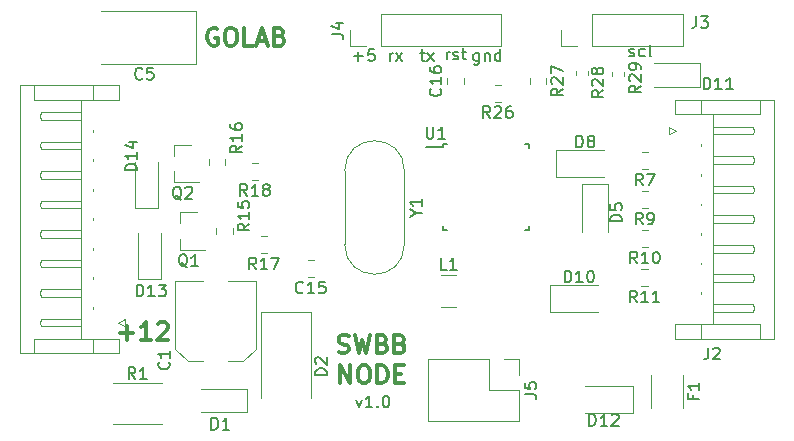
<source format=gto>
G04 #@! TF.GenerationSoftware,KiCad,Pcbnew,5.0.2-bee76a0~70~ubuntu18.04.1*
G04 #@! TF.CreationDate,2020-01-04T15:46:48+02:00*
G04 #@! TF.ProjectId,swbb_node,73776262-5f6e-46f6-9465-2e6b69636164,rev?*
G04 #@! TF.SameCoordinates,Original*
G04 #@! TF.FileFunction,Legend,Top*
G04 #@! TF.FilePolarity,Positive*
%FSLAX46Y46*%
G04 Gerber Fmt 4.6, Leading zero omitted, Abs format (unit mm)*
G04 Created by KiCad (PCBNEW 5.0.2-bee76a0~70~ubuntu18.04.1) date Сб 04 янв 2020 15:46:48*
%MOMM*%
%LPD*%
G01*
G04 APERTURE LIST*
%ADD10C,0.300000*%
%ADD11C,0.200000*%
%ADD12C,0.120000*%
%ADD13C,0.150000*%
G04 APERTURE END LIST*
D10*
X71152000Y-153650142D02*
X72294857Y-153650142D01*
X71723428Y-154221571D02*
X71723428Y-153078714D01*
X73794857Y-154221571D02*
X72937714Y-154221571D01*
X73366285Y-154221571D02*
X73366285Y-152721571D01*
X73223428Y-152935857D01*
X73080571Y-153078714D01*
X72937714Y-153150142D01*
X74366285Y-152864428D02*
X74437714Y-152793000D01*
X74580571Y-152721571D01*
X74937714Y-152721571D01*
X75080571Y-152793000D01*
X75152000Y-152864428D01*
X75223428Y-153007285D01*
X75223428Y-153150142D01*
X75152000Y-153364428D01*
X74294857Y-154221571D01*
X75223428Y-154221571D01*
D11*
X114284238Y-130198761D02*
X114379476Y-130246380D01*
X114569952Y-130246380D01*
X114665190Y-130198761D01*
X114712809Y-130103523D01*
X114712809Y-130055904D01*
X114665190Y-129960666D01*
X114569952Y-129913047D01*
X114427095Y-129913047D01*
X114331857Y-129865428D01*
X114284238Y-129770190D01*
X114284238Y-129722571D01*
X114331857Y-129627333D01*
X114427095Y-129579714D01*
X114569952Y-129579714D01*
X114665190Y-129627333D01*
X115569952Y-130198761D02*
X115474714Y-130246380D01*
X115284238Y-130246380D01*
X115189000Y-130198761D01*
X115141380Y-130151142D01*
X115093761Y-130055904D01*
X115093761Y-129770190D01*
X115141380Y-129674952D01*
X115189000Y-129627333D01*
X115284238Y-129579714D01*
X115474714Y-129579714D01*
X115569952Y-129627333D01*
X116141380Y-130246380D02*
X116046142Y-130198761D01*
X115998523Y-130103523D01*
X115998523Y-129246380D01*
D10*
X79395142Y-127901000D02*
X79252285Y-127829571D01*
X79038000Y-127829571D01*
X78823714Y-127901000D01*
X78680857Y-128043857D01*
X78609428Y-128186714D01*
X78538000Y-128472428D01*
X78538000Y-128686714D01*
X78609428Y-128972428D01*
X78680857Y-129115285D01*
X78823714Y-129258142D01*
X79038000Y-129329571D01*
X79180857Y-129329571D01*
X79395142Y-129258142D01*
X79466571Y-129186714D01*
X79466571Y-128686714D01*
X79180857Y-128686714D01*
X80395142Y-127829571D02*
X80680857Y-127829571D01*
X80823714Y-127901000D01*
X80966571Y-128043857D01*
X81038000Y-128329571D01*
X81038000Y-128829571D01*
X80966571Y-129115285D01*
X80823714Y-129258142D01*
X80680857Y-129329571D01*
X80395142Y-129329571D01*
X80252285Y-129258142D01*
X80109428Y-129115285D01*
X80038000Y-128829571D01*
X80038000Y-128329571D01*
X80109428Y-128043857D01*
X80252285Y-127901000D01*
X80395142Y-127829571D01*
X82395142Y-129329571D02*
X81680857Y-129329571D01*
X81680857Y-127829571D01*
X82823714Y-128901000D02*
X83538000Y-128901000D01*
X82680857Y-129329571D02*
X83180857Y-127829571D01*
X83680857Y-129329571D01*
X84680857Y-128543857D02*
X84895142Y-128615285D01*
X84966571Y-128686714D01*
X85038000Y-128829571D01*
X85038000Y-129043857D01*
X84966571Y-129186714D01*
X84895142Y-129258142D01*
X84752285Y-129329571D01*
X84180857Y-129329571D01*
X84180857Y-127829571D01*
X84680857Y-127829571D01*
X84823714Y-127901000D01*
X84895142Y-127972428D01*
X84966571Y-128115285D01*
X84966571Y-128258142D01*
X84895142Y-128401000D01*
X84823714Y-128472428D01*
X84680857Y-128543857D01*
X84180857Y-128543857D01*
D11*
X101544523Y-129960714D02*
X101544523Y-130770238D01*
X101496904Y-130865476D01*
X101449285Y-130913095D01*
X101354047Y-130960714D01*
X101211190Y-130960714D01*
X101115952Y-130913095D01*
X101544523Y-130579761D02*
X101449285Y-130627380D01*
X101258809Y-130627380D01*
X101163571Y-130579761D01*
X101115952Y-130532142D01*
X101068333Y-130436904D01*
X101068333Y-130151190D01*
X101115952Y-130055952D01*
X101163571Y-130008333D01*
X101258809Y-129960714D01*
X101449285Y-129960714D01*
X101544523Y-130008333D01*
X102020714Y-129960714D02*
X102020714Y-130627380D01*
X102020714Y-130055952D02*
X102068333Y-130008333D01*
X102163571Y-129960714D01*
X102306428Y-129960714D01*
X102401666Y-130008333D01*
X102449285Y-130103571D01*
X102449285Y-130627380D01*
X103354047Y-130627380D02*
X103354047Y-129627380D01*
X103354047Y-130579761D02*
X103258809Y-130627380D01*
X103068333Y-130627380D01*
X102973095Y-130579761D01*
X102925476Y-130532142D01*
X102877857Y-130436904D01*
X102877857Y-130151190D01*
X102925476Y-130055952D01*
X102973095Y-130008333D01*
X103068333Y-129960714D01*
X103258809Y-129960714D01*
X103354047Y-130008333D01*
X98806095Y-130500380D02*
X98806095Y-129833714D01*
X98806095Y-130024190D02*
X98853714Y-129928952D01*
X98901333Y-129881333D01*
X98996571Y-129833714D01*
X99091809Y-129833714D01*
X99377523Y-130452761D02*
X99472761Y-130500380D01*
X99663238Y-130500380D01*
X99758476Y-130452761D01*
X99806095Y-130357523D01*
X99806095Y-130309904D01*
X99758476Y-130214666D01*
X99663238Y-130167047D01*
X99520380Y-130167047D01*
X99425142Y-130119428D01*
X99377523Y-130024190D01*
X99377523Y-129976571D01*
X99425142Y-129881333D01*
X99520380Y-129833714D01*
X99663238Y-129833714D01*
X99758476Y-129881333D01*
X100091809Y-129833714D02*
X100472761Y-129833714D01*
X100234666Y-129500380D02*
X100234666Y-130357523D01*
X100282285Y-130452761D01*
X100377523Y-130500380D01*
X100472761Y-130500380D01*
X96559761Y-129960714D02*
X96940714Y-129960714D01*
X96702619Y-129627380D02*
X96702619Y-130484523D01*
X96750238Y-130579761D01*
X96845476Y-130627380D01*
X96940714Y-130627380D01*
X97178809Y-130627380D02*
X97702619Y-129960714D01*
X97178809Y-129960714D02*
X97702619Y-130627380D01*
X94011809Y-130627380D02*
X94011809Y-129960714D01*
X94011809Y-130151190D02*
X94059428Y-130055952D01*
X94107047Y-130008333D01*
X94202285Y-129960714D01*
X94297523Y-129960714D01*
X94535619Y-130627380D02*
X95059428Y-129960714D01*
X94535619Y-129960714D02*
X95059428Y-130627380D01*
X90963857Y-130246428D02*
X91725761Y-130246428D01*
X91344809Y-130627380D02*
X91344809Y-129865476D01*
X92678142Y-129627380D02*
X92201952Y-129627380D01*
X92154333Y-130103571D01*
X92201952Y-130055952D01*
X92297190Y-130008333D01*
X92535285Y-130008333D01*
X92630523Y-130055952D01*
X92678142Y-130103571D01*
X92725761Y-130198809D01*
X92725761Y-130436904D01*
X92678142Y-130532142D01*
X92630523Y-130579761D01*
X92535285Y-130627380D01*
X92297190Y-130627380D01*
X92201952Y-130579761D01*
X92154333Y-130532142D01*
X91154428Y-159297714D02*
X91392523Y-159964380D01*
X91630619Y-159297714D01*
X92535380Y-159964380D02*
X91963952Y-159964380D01*
X92249666Y-159964380D02*
X92249666Y-158964380D01*
X92154428Y-159107238D01*
X92059190Y-159202476D01*
X91963952Y-159250095D01*
X92963952Y-159869142D02*
X93011571Y-159916761D01*
X92963952Y-159964380D01*
X92916333Y-159916761D01*
X92963952Y-159869142D01*
X92963952Y-159964380D01*
X93630619Y-158964380D02*
X93725857Y-158964380D01*
X93821095Y-159012000D01*
X93868714Y-159059619D01*
X93916333Y-159154857D01*
X93963952Y-159345333D01*
X93963952Y-159583428D01*
X93916333Y-159773904D01*
X93868714Y-159869142D01*
X93821095Y-159916761D01*
X93725857Y-159964380D01*
X93630619Y-159964380D01*
X93535380Y-159916761D01*
X93487761Y-159869142D01*
X93440142Y-159773904D01*
X93392523Y-159583428D01*
X93392523Y-159345333D01*
X93440142Y-159154857D01*
X93487761Y-159059619D01*
X93535380Y-159012000D01*
X93630619Y-158964380D01*
D10*
X89670285Y-155288142D02*
X89884571Y-155359571D01*
X90241714Y-155359571D01*
X90384571Y-155288142D01*
X90456000Y-155216714D01*
X90527428Y-155073857D01*
X90527428Y-154931000D01*
X90456000Y-154788142D01*
X90384571Y-154716714D01*
X90241714Y-154645285D01*
X89956000Y-154573857D01*
X89813142Y-154502428D01*
X89741714Y-154431000D01*
X89670285Y-154288142D01*
X89670285Y-154145285D01*
X89741714Y-154002428D01*
X89813142Y-153931000D01*
X89956000Y-153859571D01*
X90313142Y-153859571D01*
X90527428Y-153931000D01*
X91027428Y-153859571D02*
X91384571Y-155359571D01*
X91670285Y-154288142D01*
X91956000Y-155359571D01*
X92313142Y-153859571D01*
X93384571Y-154573857D02*
X93598857Y-154645285D01*
X93670285Y-154716714D01*
X93741714Y-154859571D01*
X93741714Y-155073857D01*
X93670285Y-155216714D01*
X93598857Y-155288142D01*
X93456000Y-155359571D01*
X92884571Y-155359571D01*
X92884571Y-153859571D01*
X93384571Y-153859571D01*
X93527428Y-153931000D01*
X93598857Y-154002428D01*
X93670285Y-154145285D01*
X93670285Y-154288142D01*
X93598857Y-154431000D01*
X93527428Y-154502428D01*
X93384571Y-154573857D01*
X92884571Y-154573857D01*
X94884571Y-154573857D02*
X95098857Y-154645285D01*
X95170285Y-154716714D01*
X95241714Y-154859571D01*
X95241714Y-155073857D01*
X95170285Y-155216714D01*
X95098857Y-155288142D01*
X94956000Y-155359571D01*
X94384571Y-155359571D01*
X94384571Y-153859571D01*
X94884571Y-153859571D01*
X95027428Y-153931000D01*
X95098857Y-154002428D01*
X95170285Y-154145285D01*
X95170285Y-154288142D01*
X95098857Y-154431000D01*
X95027428Y-154502428D01*
X94884571Y-154573857D01*
X94384571Y-154573857D01*
X89813142Y-157909571D02*
X89813142Y-156409571D01*
X90670285Y-157909571D01*
X90670285Y-156409571D01*
X91670285Y-156409571D02*
X91956000Y-156409571D01*
X92098857Y-156481000D01*
X92241714Y-156623857D01*
X92313142Y-156909571D01*
X92313142Y-157409571D01*
X92241714Y-157695285D01*
X92098857Y-157838142D01*
X91956000Y-157909571D01*
X91670285Y-157909571D01*
X91527428Y-157838142D01*
X91384571Y-157695285D01*
X91313142Y-157409571D01*
X91313142Y-156909571D01*
X91384571Y-156623857D01*
X91527428Y-156481000D01*
X91670285Y-156409571D01*
X92956000Y-157909571D02*
X92956000Y-156409571D01*
X93313142Y-156409571D01*
X93527428Y-156481000D01*
X93670285Y-156623857D01*
X93741714Y-156766714D01*
X93813142Y-157052428D01*
X93813142Y-157266714D01*
X93741714Y-157552428D01*
X93670285Y-157695285D01*
X93527428Y-157838142D01*
X93313142Y-157909571D01*
X92956000Y-157909571D01*
X94456000Y-157123857D02*
X94956000Y-157123857D01*
X95170285Y-157909571D02*
X94456000Y-157909571D01*
X94456000Y-156409571D01*
X95170285Y-156409571D01*
D12*
G04 #@! TO.C,D12*
X114564000Y-158123000D02*
X110504000Y-158123000D01*
X114564000Y-160393000D02*
X114564000Y-158123000D01*
X110504000Y-160393000D02*
X114564000Y-160393000D01*
G04 #@! TO.C,C15*
X87556078Y-147499000D02*
X87038922Y-147499000D01*
X87556078Y-148919000D02*
X87038922Y-148919000D01*
G04 #@! TO.C,C16*
X100278000Y-132595252D02*
X100278000Y-132072748D01*
X98858000Y-132595252D02*
X98858000Y-132072748D01*
G04 #@! TO.C,J2*
X117661000Y-136825000D02*
X118261000Y-136525000D01*
X117661000Y-136225000D02*
X117661000Y-136825000D01*
X118261000Y-136525000D02*
X117661000Y-136225000D01*
X121351000Y-151845000D02*
X121351000Y-151525000D01*
X124771000Y-151845000D02*
X121351000Y-151845000D01*
X124851000Y-151525000D02*
X124771000Y-151845000D01*
X124771000Y-151205000D02*
X124851000Y-151525000D01*
X121351000Y-151205000D02*
X124771000Y-151205000D01*
X121351000Y-151525000D02*
X121351000Y-151205000D01*
X120351000Y-150195000D02*
X120351000Y-150355000D01*
X121351000Y-149345000D02*
X121351000Y-149025000D01*
X124771000Y-149345000D02*
X121351000Y-149345000D01*
X124851000Y-149025000D02*
X124771000Y-149345000D01*
X124771000Y-148705000D02*
X124851000Y-149025000D01*
X121351000Y-148705000D02*
X124771000Y-148705000D01*
X121351000Y-149025000D02*
X121351000Y-148705000D01*
X120351000Y-147695000D02*
X120351000Y-147855000D01*
X121351000Y-146845000D02*
X121351000Y-146525000D01*
X124771000Y-146845000D02*
X121351000Y-146845000D01*
X124851000Y-146525000D02*
X124771000Y-146845000D01*
X124771000Y-146205000D02*
X124851000Y-146525000D01*
X121351000Y-146205000D02*
X124771000Y-146205000D01*
X121351000Y-146525000D02*
X121351000Y-146205000D01*
X120351000Y-145195000D02*
X120351000Y-145355000D01*
X121351000Y-144345000D02*
X121351000Y-144025000D01*
X124771000Y-144345000D02*
X121351000Y-144345000D01*
X124851000Y-144025000D02*
X124771000Y-144345000D01*
X124771000Y-143705000D02*
X124851000Y-144025000D01*
X121351000Y-143705000D02*
X124771000Y-143705000D01*
X121351000Y-144025000D02*
X121351000Y-143705000D01*
X120351000Y-142695000D02*
X120351000Y-142855000D01*
X121351000Y-141845000D02*
X121351000Y-141525000D01*
X124771000Y-141845000D02*
X121351000Y-141845000D01*
X124851000Y-141525000D02*
X124771000Y-141845000D01*
X124771000Y-141205000D02*
X124851000Y-141525000D01*
X121351000Y-141205000D02*
X124771000Y-141205000D01*
X121351000Y-141525000D02*
X121351000Y-141205000D01*
X120351000Y-140195000D02*
X120351000Y-140355000D01*
X121351000Y-139345000D02*
X121351000Y-139025000D01*
X124771000Y-139345000D02*
X121351000Y-139345000D01*
X124851000Y-139025000D02*
X124771000Y-139345000D01*
X124771000Y-138705000D02*
X124851000Y-139025000D01*
X121351000Y-138705000D02*
X124771000Y-138705000D01*
X121351000Y-139025000D02*
X121351000Y-138705000D01*
X120351000Y-137695000D02*
X120351000Y-137855000D01*
X121351000Y-136845000D02*
X121351000Y-136525000D01*
X124771000Y-136845000D02*
X121351000Y-136845000D01*
X124851000Y-136525000D02*
X124771000Y-136845000D01*
X124771000Y-136205000D02*
X124851000Y-136525000D01*
X121351000Y-136205000D02*
X124771000Y-136205000D01*
X121351000Y-136525000D02*
X121351000Y-136205000D01*
X121351000Y-135135000D02*
X121351000Y-152915000D01*
X120351000Y-152915000D02*
X120351000Y-154135000D01*
X125351000Y-152915000D02*
X120351000Y-152915000D01*
X125351000Y-154135000D02*
X125351000Y-152915000D01*
X120351000Y-135135000D02*
X120351000Y-133915000D01*
X125351000Y-135135000D02*
X120351000Y-135135000D01*
X125351000Y-133915000D02*
X125351000Y-135135000D01*
X118151000Y-152915000D02*
X120351000Y-152915000D01*
X118151000Y-154135000D02*
X118151000Y-152915000D01*
X126571000Y-154135000D02*
X118151000Y-154135000D01*
X126571000Y-133915000D02*
X126571000Y-154135000D01*
X118151000Y-133915000D02*
X126571000Y-133915000D01*
X118151000Y-135135000D02*
X118151000Y-133915000D01*
X120351000Y-135135000D02*
X118151000Y-135135000D01*
G04 #@! TO.C,J1*
X71569000Y-152481000D02*
X70969000Y-152781000D01*
X71569000Y-153081000D02*
X71569000Y-152481000D01*
X70969000Y-152781000D02*
X71569000Y-153081000D01*
X67879000Y-134961000D02*
X67879000Y-135281000D01*
X64459000Y-134961000D02*
X67879000Y-134961000D01*
X64379000Y-135281000D02*
X64459000Y-134961000D01*
X64459000Y-135601000D02*
X64379000Y-135281000D01*
X67879000Y-135601000D02*
X64459000Y-135601000D01*
X67879000Y-135281000D02*
X67879000Y-135601000D01*
X68879000Y-136611000D02*
X68879000Y-136451000D01*
X67879000Y-137461000D02*
X67879000Y-137781000D01*
X64459000Y-137461000D02*
X67879000Y-137461000D01*
X64379000Y-137781000D02*
X64459000Y-137461000D01*
X64459000Y-138101000D02*
X64379000Y-137781000D01*
X67879000Y-138101000D02*
X64459000Y-138101000D01*
X67879000Y-137781000D02*
X67879000Y-138101000D01*
X68879000Y-139111000D02*
X68879000Y-138951000D01*
X67879000Y-139961000D02*
X67879000Y-140281000D01*
X64459000Y-139961000D02*
X67879000Y-139961000D01*
X64379000Y-140281000D02*
X64459000Y-139961000D01*
X64459000Y-140601000D02*
X64379000Y-140281000D01*
X67879000Y-140601000D02*
X64459000Y-140601000D01*
X67879000Y-140281000D02*
X67879000Y-140601000D01*
X68879000Y-141611000D02*
X68879000Y-141451000D01*
X67879000Y-142461000D02*
X67879000Y-142781000D01*
X64459000Y-142461000D02*
X67879000Y-142461000D01*
X64379000Y-142781000D02*
X64459000Y-142461000D01*
X64459000Y-143101000D02*
X64379000Y-142781000D01*
X67879000Y-143101000D02*
X64459000Y-143101000D01*
X67879000Y-142781000D02*
X67879000Y-143101000D01*
X68879000Y-144111000D02*
X68879000Y-143951000D01*
X67879000Y-144961000D02*
X67879000Y-145281000D01*
X64459000Y-144961000D02*
X67879000Y-144961000D01*
X64379000Y-145281000D02*
X64459000Y-144961000D01*
X64459000Y-145601000D02*
X64379000Y-145281000D01*
X67879000Y-145601000D02*
X64459000Y-145601000D01*
X67879000Y-145281000D02*
X67879000Y-145601000D01*
X68879000Y-146611000D02*
X68879000Y-146451000D01*
X67879000Y-147461000D02*
X67879000Y-147781000D01*
X64459000Y-147461000D02*
X67879000Y-147461000D01*
X64379000Y-147781000D02*
X64459000Y-147461000D01*
X64459000Y-148101000D02*
X64379000Y-147781000D01*
X67879000Y-148101000D02*
X64459000Y-148101000D01*
X67879000Y-147781000D02*
X67879000Y-148101000D01*
X68879000Y-149111000D02*
X68879000Y-148951000D01*
X67879000Y-149961000D02*
X67879000Y-150281000D01*
X64459000Y-149961000D02*
X67879000Y-149961000D01*
X64379000Y-150281000D02*
X64459000Y-149961000D01*
X64459000Y-150601000D02*
X64379000Y-150281000D01*
X67879000Y-150601000D02*
X64459000Y-150601000D01*
X67879000Y-150281000D02*
X67879000Y-150601000D01*
X68879000Y-151611000D02*
X68879000Y-151451000D01*
X67879000Y-152461000D02*
X67879000Y-152781000D01*
X64459000Y-152461000D02*
X67879000Y-152461000D01*
X64379000Y-152781000D02*
X64459000Y-152461000D01*
X64459000Y-153101000D02*
X64379000Y-152781000D01*
X67879000Y-153101000D02*
X64459000Y-153101000D01*
X67879000Y-152781000D02*
X67879000Y-153101000D01*
X67879000Y-154171000D02*
X67879000Y-133891000D01*
X68879000Y-133891000D02*
X68879000Y-132671000D01*
X63879000Y-133891000D02*
X68879000Y-133891000D01*
X63879000Y-132671000D02*
X63879000Y-133891000D01*
X68879000Y-154171000D02*
X68879000Y-155391000D01*
X63879000Y-154171000D02*
X68879000Y-154171000D01*
X63879000Y-155391000D02*
X63879000Y-154171000D01*
X71079000Y-133891000D02*
X68879000Y-133891000D01*
X71079000Y-132671000D02*
X71079000Y-133891000D01*
X62659000Y-132671000D02*
X71079000Y-132671000D01*
X62659000Y-155391000D02*
X62659000Y-132671000D01*
X71079000Y-155391000D02*
X62659000Y-155391000D01*
X71079000Y-154171000D02*
X71079000Y-155391000D01*
X68879000Y-154171000D02*
X71079000Y-154171000D01*
G04 #@! TO.C,J3*
X108525000Y-129346000D02*
X108525000Y-128016000D01*
X109855000Y-129346000D02*
X108525000Y-129346000D01*
X111125000Y-129346000D02*
X111125000Y-126686000D01*
X111125000Y-126686000D02*
X118805000Y-126686000D01*
X111125000Y-129346000D02*
X118805000Y-129346000D01*
X118805000Y-129346000D02*
X118805000Y-126686000D01*
G04 #@! TO.C,J4*
X90618000Y-129346000D02*
X90618000Y-128016000D01*
X91948000Y-129346000D02*
X90618000Y-129346000D01*
X93218000Y-129346000D02*
X93218000Y-126686000D01*
X93218000Y-126686000D02*
X103438000Y-126686000D01*
X93218000Y-129346000D02*
X103438000Y-129346000D01*
X103438000Y-129346000D02*
X103438000Y-126686000D01*
G04 #@! TO.C,J5*
X104962000Y-155896000D02*
X104962000Y-157226000D01*
X103632000Y-155896000D02*
X104962000Y-155896000D01*
X104962000Y-158496000D02*
X104962000Y-161096000D01*
X102362000Y-158496000D02*
X104962000Y-158496000D01*
X102362000Y-155896000D02*
X102362000Y-158496000D01*
X104962000Y-161096000D02*
X97222000Y-161096000D01*
X102362000Y-155896000D02*
X97222000Y-155896000D01*
X97222000Y-155896000D02*
X97222000Y-161096000D01*
G04 #@! TO.C,D11*
X120232000Y-132826000D02*
X116332000Y-132826000D01*
X120232000Y-130826000D02*
X116332000Y-130826000D01*
X120232000Y-132826000D02*
X120232000Y-130826000D01*
G04 #@! TO.C,D14*
X72406000Y-143093000D02*
X72406000Y-139193000D01*
X74406000Y-143093000D02*
X74406000Y-139193000D01*
X72406000Y-143093000D02*
X74406000Y-143093000D01*
G04 #@! TO.C,D13*
X72660000Y-149061000D02*
X72660000Y-145161000D01*
X74660000Y-149061000D02*
X74660000Y-145161000D01*
X72660000Y-149061000D02*
X74660000Y-149061000D01*
G04 #@! TO.C,Q1*
X76202000Y-143454000D02*
X77662000Y-143454000D01*
X76202000Y-146614000D02*
X78362000Y-146614000D01*
X76202000Y-146614000D02*
X76202000Y-145684000D01*
X76202000Y-143454000D02*
X76202000Y-144384000D01*
G04 #@! TO.C,Q2*
X75694000Y-137739000D02*
X77154000Y-137739000D01*
X75694000Y-140899000D02*
X77854000Y-140899000D01*
X75694000Y-140899000D02*
X75694000Y-139969000D01*
X75694000Y-137739000D02*
X75694000Y-138669000D01*
G04 #@! TO.C,R28*
X109726000Y-131513733D02*
X109726000Y-131856267D01*
X110746000Y-131513733D02*
X110746000Y-131856267D01*
G04 #@! TO.C,R29*
X112774000Y-131527733D02*
X112774000Y-131870267D01*
X113794000Y-131527733D02*
X113794000Y-131870267D01*
G04 #@! TO.C,R15*
X79300000Y-144772748D02*
X79300000Y-145295252D01*
X80720000Y-144772748D02*
X80720000Y-145295252D01*
G04 #@! TO.C,R17*
X83582252Y-145467000D02*
X83059748Y-145467000D01*
X83582252Y-146887000D02*
X83059748Y-146887000D01*
G04 #@! TO.C,R16*
X78665000Y-138930748D02*
X78665000Y-139453252D01*
X80085000Y-138930748D02*
X80085000Y-139453252D01*
G04 #@! TO.C,R18*
X82820252Y-139244000D02*
X82297748Y-139244000D01*
X82820252Y-140664000D02*
X82297748Y-140664000D01*
G04 #@! TO.C,R27*
X105843000Y-132063748D02*
X105843000Y-132586252D01*
X107263000Y-132063748D02*
X107263000Y-132586252D01*
G04 #@! TO.C,R26*
X103394252Y-132640000D02*
X102871748Y-132640000D01*
X103394252Y-134060000D02*
X102871748Y-134060000D01*
G04 #@! TO.C,F1*
X116115000Y-157184936D02*
X116115000Y-159989064D01*
X118835000Y-157184936D02*
X118835000Y-159989064D01*
G04 #@! TO.C,D8*
X108066000Y-140454000D02*
X112126000Y-140454000D01*
X108066000Y-138184000D02*
X108066000Y-140454000D01*
X112126000Y-138184000D02*
X108066000Y-138184000D01*
G04 #@! TO.C,D5*
X110244000Y-141014000D02*
X110244000Y-145074000D01*
X112514000Y-141014000D02*
X110244000Y-141014000D01*
X112514000Y-145074000D02*
X112514000Y-141014000D01*
G04 #@! TO.C,D10*
X107558000Y-151884000D02*
X111618000Y-151884000D01*
X107558000Y-149614000D02*
X107558000Y-151884000D01*
X111618000Y-149614000D02*
X107558000Y-149614000D01*
G04 #@! TO.C,L1*
X98367436Y-151474000D02*
X99571564Y-151474000D01*
X98367436Y-148754000D02*
X99571564Y-148754000D01*
G04 #@! TO.C,R11*
X115831252Y-148261000D02*
X115308748Y-148261000D01*
X115831252Y-149681000D02*
X115308748Y-149681000D01*
G04 #@! TO.C,R10*
X115840252Y-144959000D02*
X115317748Y-144959000D01*
X115840252Y-146379000D02*
X115317748Y-146379000D01*
G04 #@! TO.C,R9*
X115840252Y-141657000D02*
X115317748Y-141657000D01*
X115840252Y-143077000D02*
X115317748Y-143077000D01*
G04 #@! TO.C,R7*
X115840252Y-138355000D02*
X115317748Y-138355000D01*
X115840252Y-139775000D02*
X115317748Y-139775000D01*
G04 #@! TO.C,C1*
X81593563Y-156062000D02*
X82658000Y-154997563D01*
X76902437Y-156062000D02*
X75838000Y-154997563D01*
X76902437Y-156062000D02*
X78188000Y-156062000D01*
X81593563Y-156062000D02*
X80308000Y-156062000D01*
X82658000Y-154997563D02*
X82658000Y-149242000D01*
X75838000Y-154997563D02*
X75838000Y-149242000D01*
X75838000Y-149242000D02*
X78188000Y-149242000D01*
X82658000Y-149242000D02*
X80308000Y-149242000D01*
G04 #@! TO.C,C5*
X77626500Y-126391000D02*
X69566500Y-126391000D01*
X77626500Y-130911000D02*
X77626500Y-126391000D01*
X69566500Y-130911000D02*
X77626500Y-130911000D01*
G04 #@! TO.C,Y1*
X90185000Y-146154000D02*
G75*
G03X95235000Y-146154000I2525000J0D01*
G01*
X90185000Y-139904000D02*
G75*
G02X95235000Y-139904000I2525000J0D01*
G01*
X90185000Y-139904000D02*
X90185000Y-146154000D01*
X95235000Y-139904000D02*
X95235000Y-146154000D01*
G04 #@! TO.C,D2*
X87367000Y-151897000D02*
X83067000Y-151897000D01*
X83067000Y-151897000D02*
X83067000Y-159197000D01*
X87367000Y-151897000D02*
X87367000Y-159197000D01*
G04 #@! TO.C,D1*
X81879000Y-160385000D02*
X77979000Y-160385000D01*
X81879000Y-158385000D02*
X77979000Y-158385000D01*
X81879000Y-160385000D02*
X81879000Y-158385000D01*
G04 #@! TO.C,R1*
X74675064Y-157929000D02*
X70570936Y-157929000D01*
X74675064Y-161349000D02*
X70570936Y-161349000D01*
D13*
G04 #@! TO.C,U1*
X98515000Y-137883000D02*
X97090000Y-137883000D01*
X105765000Y-137658000D02*
X105440000Y-137658000D01*
X105765000Y-144908000D02*
X105440000Y-144908000D01*
X98515000Y-144908000D02*
X98840000Y-144908000D01*
X98515000Y-137658000D02*
X98840000Y-137658000D01*
X98515000Y-144908000D02*
X98515000Y-144583000D01*
X105765000Y-144908000D02*
X105765000Y-144583000D01*
X105765000Y-137658000D02*
X105765000Y-137983000D01*
X98515000Y-137658000D02*
X98515000Y-137883000D01*
G04 #@! TO.C,D12*
X110889714Y-161530380D02*
X110889714Y-160530380D01*
X111127809Y-160530380D01*
X111270666Y-160578000D01*
X111365904Y-160673238D01*
X111413523Y-160768476D01*
X111461142Y-160958952D01*
X111461142Y-161101809D01*
X111413523Y-161292285D01*
X111365904Y-161387523D01*
X111270666Y-161482761D01*
X111127809Y-161530380D01*
X110889714Y-161530380D01*
X112413523Y-161530380D02*
X111842095Y-161530380D01*
X112127809Y-161530380D02*
X112127809Y-160530380D01*
X112032571Y-160673238D01*
X111937333Y-160768476D01*
X111842095Y-160816095D01*
X112794476Y-160625619D02*
X112842095Y-160578000D01*
X112937333Y-160530380D01*
X113175428Y-160530380D01*
X113270666Y-160578000D01*
X113318285Y-160625619D01*
X113365904Y-160720857D01*
X113365904Y-160816095D01*
X113318285Y-160958952D01*
X112746857Y-161530380D01*
X113365904Y-161530380D01*
G04 #@! TO.C,C15*
X86654642Y-150216142D02*
X86607023Y-150263761D01*
X86464166Y-150311380D01*
X86368928Y-150311380D01*
X86226071Y-150263761D01*
X86130833Y-150168523D01*
X86083214Y-150073285D01*
X86035595Y-149882809D01*
X86035595Y-149739952D01*
X86083214Y-149549476D01*
X86130833Y-149454238D01*
X86226071Y-149359000D01*
X86368928Y-149311380D01*
X86464166Y-149311380D01*
X86607023Y-149359000D01*
X86654642Y-149406619D01*
X87607023Y-150311380D02*
X87035595Y-150311380D01*
X87321309Y-150311380D02*
X87321309Y-149311380D01*
X87226071Y-149454238D01*
X87130833Y-149549476D01*
X87035595Y-149597095D01*
X88511785Y-149311380D02*
X88035595Y-149311380D01*
X87987976Y-149787571D01*
X88035595Y-149739952D01*
X88130833Y-149692333D01*
X88368928Y-149692333D01*
X88464166Y-149739952D01*
X88511785Y-149787571D01*
X88559404Y-149882809D01*
X88559404Y-150120904D01*
X88511785Y-150216142D01*
X88464166Y-150263761D01*
X88368928Y-150311380D01*
X88130833Y-150311380D01*
X88035595Y-150263761D01*
X87987976Y-150216142D01*
G04 #@! TO.C,C16*
X98275142Y-132976857D02*
X98322761Y-133024476D01*
X98370380Y-133167333D01*
X98370380Y-133262571D01*
X98322761Y-133405428D01*
X98227523Y-133500666D01*
X98132285Y-133548285D01*
X97941809Y-133595904D01*
X97798952Y-133595904D01*
X97608476Y-133548285D01*
X97513238Y-133500666D01*
X97418000Y-133405428D01*
X97370380Y-133262571D01*
X97370380Y-133167333D01*
X97418000Y-133024476D01*
X97465619Y-132976857D01*
X98370380Y-132024476D02*
X98370380Y-132595904D01*
X98370380Y-132310190D02*
X97370380Y-132310190D01*
X97513238Y-132405428D01*
X97608476Y-132500666D01*
X97656095Y-132595904D01*
X97370380Y-131167333D02*
X97370380Y-131357809D01*
X97418000Y-131453047D01*
X97465619Y-131500666D01*
X97608476Y-131595904D01*
X97798952Y-131643523D01*
X98179904Y-131643523D01*
X98275142Y-131595904D01*
X98322761Y-131548285D01*
X98370380Y-131453047D01*
X98370380Y-131262571D01*
X98322761Y-131167333D01*
X98275142Y-131119714D01*
X98179904Y-131072095D01*
X97941809Y-131072095D01*
X97846571Y-131119714D01*
X97798952Y-131167333D01*
X97751333Y-131262571D01*
X97751333Y-131453047D01*
X97798952Y-131548285D01*
X97846571Y-131595904D01*
X97941809Y-131643523D01*
G04 #@! TO.C,J2*
X120951666Y-154900380D02*
X120951666Y-155614666D01*
X120904047Y-155757523D01*
X120808809Y-155852761D01*
X120665952Y-155900380D01*
X120570714Y-155900380D01*
X121380238Y-154995619D02*
X121427857Y-154948000D01*
X121523095Y-154900380D01*
X121761190Y-154900380D01*
X121856428Y-154948000D01*
X121904047Y-154995619D01*
X121951666Y-155090857D01*
X121951666Y-155186095D01*
X121904047Y-155328952D01*
X121332619Y-155900380D01*
X121951666Y-155900380D01*
G04 #@! TO.C,J3*
X119935666Y-126833380D02*
X119935666Y-127547666D01*
X119888047Y-127690523D01*
X119792809Y-127785761D01*
X119649952Y-127833380D01*
X119554714Y-127833380D01*
X120316619Y-126833380D02*
X120935666Y-126833380D01*
X120602333Y-127214333D01*
X120745190Y-127214333D01*
X120840428Y-127261952D01*
X120888047Y-127309571D01*
X120935666Y-127404809D01*
X120935666Y-127642904D01*
X120888047Y-127738142D01*
X120840428Y-127785761D01*
X120745190Y-127833380D01*
X120459476Y-127833380D01*
X120364238Y-127785761D01*
X120316619Y-127738142D01*
G04 #@! TO.C,J4*
X89070380Y-128349333D02*
X89784666Y-128349333D01*
X89927523Y-128396952D01*
X90022761Y-128492190D01*
X90070380Y-128635047D01*
X90070380Y-128730285D01*
X89403714Y-127444571D02*
X90070380Y-127444571D01*
X89022761Y-127682666D02*
X89737047Y-127920761D01*
X89737047Y-127301714D01*
G04 #@! TO.C,J5*
X105414380Y-158829333D02*
X106128666Y-158829333D01*
X106271523Y-158876952D01*
X106366761Y-158972190D01*
X106414380Y-159115047D01*
X106414380Y-159210285D01*
X105414380Y-157876952D02*
X105414380Y-158353142D01*
X105890571Y-158400761D01*
X105842952Y-158353142D01*
X105795333Y-158257904D01*
X105795333Y-158019809D01*
X105842952Y-157924571D01*
X105890571Y-157876952D01*
X105985809Y-157829333D01*
X106223904Y-157829333D01*
X106319142Y-157876952D01*
X106366761Y-157924571D01*
X106414380Y-158019809D01*
X106414380Y-158257904D01*
X106366761Y-158353142D01*
X106319142Y-158400761D01*
G04 #@! TO.C,D11*
X120578714Y-133040380D02*
X120578714Y-132040380D01*
X120816809Y-132040380D01*
X120959666Y-132088000D01*
X121054904Y-132183238D01*
X121102523Y-132278476D01*
X121150142Y-132468952D01*
X121150142Y-132611809D01*
X121102523Y-132802285D01*
X121054904Y-132897523D01*
X120959666Y-132992761D01*
X120816809Y-133040380D01*
X120578714Y-133040380D01*
X122102523Y-133040380D02*
X121531095Y-133040380D01*
X121816809Y-133040380D02*
X121816809Y-132040380D01*
X121721571Y-132183238D01*
X121626333Y-132278476D01*
X121531095Y-132326095D01*
X123054904Y-133040380D02*
X122483476Y-133040380D01*
X122769190Y-133040380D02*
X122769190Y-132040380D01*
X122673952Y-132183238D01*
X122578714Y-132278476D01*
X122483476Y-132326095D01*
G04 #@! TO.C,D14*
X72588380Y-139898285D02*
X71588380Y-139898285D01*
X71588380Y-139660190D01*
X71636000Y-139517333D01*
X71731238Y-139422095D01*
X71826476Y-139374476D01*
X72016952Y-139326857D01*
X72159809Y-139326857D01*
X72350285Y-139374476D01*
X72445523Y-139422095D01*
X72540761Y-139517333D01*
X72588380Y-139660190D01*
X72588380Y-139898285D01*
X72588380Y-138374476D02*
X72588380Y-138945904D01*
X72588380Y-138660190D02*
X71588380Y-138660190D01*
X71731238Y-138755428D01*
X71826476Y-138850666D01*
X71874095Y-138945904D01*
X71921714Y-137517333D02*
X72588380Y-137517333D01*
X71540761Y-137755428D02*
X72255047Y-137993523D01*
X72255047Y-137374476D01*
G04 #@! TO.C,D13*
X72572714Y-150566380D02*
X72572714Y-149566380D01*
X72810809Y-149566380D01*
X72953666Y-149614000D01*
X73048904Y-149709238D01*
X73096523Y-149804476D01*
X73144142Y-149994952D01*
X73144142Y-150137809D01*
X73096523Y-150328285D01*
X73048904Y-150423523D01*
X72953666Y-150518761D01*
X72810809Y-150566380D01*
X72572714Y-150566380D01*
X74096523Y-150566380D02*
X73525095Y-150566380D01*
X73810809Y-150566380D02*
X73810809Y-149566380D01*
X73715571Y-149709238D01*
X73620333Y-149804476D01*
X73525095Y-149852095D01*
X74429857Y-149566380D02*
X75048904Y-149566380D01*
X74715571Y-149947333D01*
X74858428Y-149947333D01*
X74953666Y-149994952D01*
X75001285Y-150042571D01*
X75048904Y-150137809D01*
X75048904Y-150375904D01*
X75001285Y-150471142D01*
X74953666Y-150518761D01*
X74858428Y-150566380D01*
X74572714Y-150566380D01*
X74477476Y-150518761D01*
X74429857Y-150471142D01*
G04 #@! TO.C,Q1*
X76866761Y-148081619D02*
X76771523Y-148034000D01*
X76676285Y-147938761D01*
X76533428Y-147795904D01*
X76438190Y-147748285D01*
X76342952Y-147748285D01*
X76390571Y-147986380D02*
X76295333Y-147938761D01*
X76200095Y-147843523D01*
X76152476Y-147653047D01*
X76152476Y-147319714D01*
X76200095Y-147129238D01*
X76295333Y-147034000D01*
X76390571Y-146986380D01*
X76581047Y-146986380D01*
X76676285Y-147034000D01*
X76771523Y-147129238D01*
X76819142Y-147319714D01*
X76819142Y-147653047D01*
X76771523Y-147843523D01*
X76676285Y-147938761D01*
X76581047Y-147986380D01*
X76390571Y-147986380D01*
X77771523Y-147986380D02*
X77200095Y-147986380D01*
X77485809Y-147986380D02*
X77485809Y-146986380D01*
X77390571Y-147129238D01*
X77295333Y-147224476D01*
X77200095Y-147272095D01*
G04 #@! TO.C,Q2*
X76358761Y-142366619D02*
X76263523Y-142319000D01*
X76168285Y-142223761D01*
X76025428Y-142080904D01*
X75930190Y-142033285D01*
X75834952Y-142033285D01*
X75882571Y-142271380D02*
X75787333Y-142223761D01*
X75692095Y-142128523D01*
X75644476Y-141938047D01*
X75644476Y-141604714D01*
X75692095Y-141414238D01*
X75787333Y-141319000D01*
X75882571Y-141271380D01*
X76073047Y-141271380D01*
X76168285Y-141319000D01*
X76263523Y-141414238D01*
X76311142Y-141604714D01*
X76311142Y-141938047D01*
X76263523Y-142128523D01*
X76168285Y-142223761D01*
X76073047Y-142271380D01*
X75882571Y-142271380D01*
X76692095Y-141366619D02*
X76739714Y-141319000D01*
X76834952Y-141271380D01*
X77073047Y-141271380D01*
X77168285Y-141319000D01*
X77215904Y-141366619D01*
X77263523Y-141461857D01*
X77263523Y-141557095D01*
X77215904Y-141699952D01*
X76644476Y-142271380D01*
X77263523Y-142271380D01*
G04 #@! TO.C,R28*
X112085380Y-133103857D02*
X111609190Y-133437190D01*
X112085380Y-133675285D02*
X111085380Y-133675285D01*
X111085380Y-133294333D01*
X111133000Y-133199095D01*
X111180619Y-133151476D01*
X111275857Y-133103857D01*
X111418714Y-133103857D01*
X111513952Y-133151476D01*
X111561571Y-133199095D01*
X111609190Y-133294333D01*
X111609190Y-133675285D01*
X111180619Y-132722904D02*
X111133000Y-132675285D01*
X111085380Y-132580047D01*
X111085380Y-132341952D01*
X111133000Y-132246714D01*
X111180619Y-132199095D01*
X111275857Y-132151476D01*
X111371095Y-132151476D01*
X111513952Y-132199095D01*
X112085380Y-132770523D01*
X112085380Y-132151476D01*
X111513952Y-131580047D02*
X111466333Y-131675285D01*
X111418714Y-131722904D01*
X111323476Y-131770523D01*
X111275857Y-131770523D01*
X111180619Y-131722904D01*
X111133000Y-131675285D01*
X111085380Y-131580047D01*
X111085380Y-131389571D01*
X111133000Y-131294333D01*
X111180619Y-131246714D01*
X111275857Y-131199095D01*
X111323476Y-131199095D01*
X111418714Y-131246714D01*
X111466333Y-131294333D01*
X111513952Y-131389571D01*
X111513952Y-131580047D01*
X111561571Y-131675285D01*
X111609190Y-131722904D01*
X111704428Y-131770523D01*
X111894904Y-131770523D01*
X111990142Y-131722904D01*
X112037761Y-131675285D01*
X112085380Y-131580047D01*
X112085380Y-131389571D01*
X112037761Y-131294333D01*
X111990142Y-131246714D01*
X111894904Y-131199095D01*
X111704428Y-131199095D01*
X111609190Y-131246714D01*
X111561571Y-131294333D01*
X111513952Y-131389571D01*
G04 #@! TO.C,R29*
X115260380Y-132722857D02*
X114784190Y-133056190D01*
X115260380Y-133294285D02*
X114260380Y-133294285D01*
X114260380Y-132913333D01*
X114308000Y-132818095D01*
X114355619Y-132770476D01*
X114450857Y-132722857D01*
X114593714Y-132722857D01*
X114688952Y-132770476D01*
X114736571Y-132818095D01*
X114784190Y-132913333D01*
X114784190Y-133294285D01*
X114355619Y-132341904D02*
X114308000Y-132294285D01*
X114260380Y-132199047D01*
X114260380Y-131960952D01*
X114308000Y-131865714D01*
X114355619Y-131818095D01*
X114450857Y-131770476D01*
X114546095Y-131770476D01*
X114688952Y-131818095D01*
X115260380Y-132389523D01*
X115260380Y-131770476D01*
X115260380Y-131294285D02*
X115260380Y-131103809D01*
X115212761Y-131008571D01*
X115165142Y-130960952D01*
X115022285Y-130865714D01*
X114831809Y-130818095D01*
X114450857Y-130818095D01*
X114355619Y-130865714D01*
X114308000Y-130913333D01*
X114260380Y-131008571D01*
X114260380Y-131199047D01*
X114308000Y-131294285D01*
X114355619Y-131341904D01*
X114450857Y-131389523D01*
X114688952Y-131389523D01*
X114784190Y-131341904D01*
X114831809Y-131294285D01*
X114879428Y-131199047D01*
X114879428Y-131008571D01*
X114831809Y-130913333D01*
X114784190Y-130865714D01*
X114688952Y-130818095D01*
G04 #@! TO.C,R15*
X82112380Y-144406857D02*
X81636190Y-144740190D01*
X82112380Y-144978285D02*
X81112380Y-144978285D01*
X81112380Y-144597333D01*
X81160000Y-144502095D01*
X81207619Y-144454476D01*
X81302857Y-144406857D01*
X81445714Y-144406857D01*
X81540952Y-144454476D01*
X81588571Y-144502095D01*
X81636190Y-144597333D01*
X81636190Y-144978285D01*
X82112380Y-143454476D02*
X82112380Y-144025904D01*
X82112380Y-143740190D02*
X81112380Y-143740190D01*
X81255238Y-143835428D01*
X81350476Y-143930666D01*
X81398095Y-144025904D01*
X81112380Y-142549714D02*
X81112380Y-143025904D01*
X81588571Y-143073523D01*
X81540952Y-143025904D01*
X81493333Y-142930666D01*
X81493333Y-142692571D01*
X81540952Y-142597333D01*
X81588571Y-142549714D01*
X81683809Y-142502095D01*
X81921904Y-142502095D01*
X82017142Y-142549714D01*
X82064761Y-142597333D01*
X82112380Y-142692571D01*
X82112380Y-142930666D01*
X82064761Y-143025904D01*
X82017142Y-143073523D01*
G04 #@! TO.C,R17*
X82678142Y-148279380D02*
X82344809Y-147803190D01*
X82106714Y-148279380D02*
X82106714Y-147279380D01*
X82487666Y-147279380D01*
X82582904Y-147327000D01*
X82630523Y-147374619D01*
X82678142Y-147469857D01*
X82678142Y-147612714D01*
X82630523Y-147707952D01*
X82582904Y-147755571D01*
X82487666Y-147803190D01*
X82106714Y-147803190D01*
X83630523Y-148279380D02*
X83059095Y-148279380D01*
X83344809Y-148279380D02*
X83344809Y-147279380D01*
X83249571Y-147422238D01*
X83154333Y-147517476D01*
X83059095Y-147565095D01*
X83963857Y-147279380D02*
X84630523Y-147279380D01*
X84201952Y-148279380D01*
G04 #@! TO.C,R16*
X81478380Y-137802857D02*
X81002190Y-138136190D01*
X81478380Y-138374285D02*
X80478380Y-138374285D01*
X80478380Y-137993333D01*
X80526000Y-137898095D01*
X80573619Y-137850476D01*
X80668857Y-137802857D01*
X80811714Y-137802857D01*
X80906952Y-137850476D01*
X80954571Y-137898095D01*
X81002190Y-137993333D01*
X81002190Y-138374285D01*
X81478380Y-136850476D02*
X81478380Y-137421904D01*
X81478380Y-137136190D02*
X80478380Y-137136190D01*
X80621238Y-137231428D01*
X80716476Y-137326666D01*
X80764095Y-137421904D01*
X80478380Y-135993333D02*
X80478380Y-136183809D01*
X80526000Y-136279047D01*
X80573619Y-136326666D01*
X80716476Y-136421904D01*
X80906952Y-136469523D01*
X81287904Y-136469523D01*
X81383142Y-136421904D01*
X81430761Y-136374285D01*
X81478380Y-136279047D01*
X81478380Y-136088571D01*
X81430761Y-135993333D01*
X81383142Y-135945714D01*
X81287904Y-135898095D01*
X81049809Y-135898095D01*
X80954571Y-135945714D01*
X80906952Y-135993333D01*
X80859333Y-136088571D01*
X80859333Y-136279047D01*
X80906952Y-136374285D01*
X80954571Y-136421904D01*
X81049809Y-136469523D01*
G04 #@! TO.C,R18*
X81916142Y-142056380D02*
X81582809Y-141580190D01*
X81344714Y-142056380D02*
X81344714Y-141056380D01*
X81725666Y-141056380D01*
X81820904Y-141104000D01*
X81868523Y-141151619D01*
X81916142Y-141246857D01*
X81916142Y-141389714D01*
X81868523Y-141484952D01*
X81820904Y-141532571D01*
X81725666Y-141580190D01*
X81344714Y-141580190D01*
X82868523Y-142056380D02*
X82297095Y-142056380D01*
X82582809Y-142056380D02*
X82582809Y-141056380D01*
X82487571Y-141199238D01*
X82392333Y-141294476D01*
X82297095Y-141342095D01*
X83439952Y-141484952D02*
X83344714Y-141437333D01*
X83297095Y-141389714D01*
X83249476Y-141294476D01*
X83249476Y-141246857D01*
X83297095Y-141151619D01*
X83344714Y-141104000D01*
X83439952Y-141056380D01*
X83630428Y-141056380D01*
X83725666Y-141104000D01*
X83773285Y-141151619D01*
X83820904Y-141246857D01*
X83820904Y-141294476D01*
X83773285Y-141389714D01*
X83725666Y-141437333D01*
X83630428Y-141484952D01*
X83439952Y-141484952D01*
X83344714Y-141532571D01*
X83297095Y-141580190D01*
X83249476Y-141675428D01*
X83249476Y-141865904D01*
X83297095Y-141961142D01*
X83344714Y-142008761D01*
X83439952Y-142056380D01*
X83630428Y-142056380D01*
X83725666Y-142008761D01*
X83773285Y-141961142D01*
X83820904Y-141865904D01*
X83820904Y-141675428D01*
X83773285Y-141580190D01*
X83725666Y-141532571D01*
X83630428Y-141484952D01*
G04 #@! TO.C,R27*
X108655380Y-132967857D02*
X108179190Y-133301190D01*
X108655380Y-133539285D02*
X107655380Y-133539285D01*
X107655380Y-133158333D01*
X107703000Y-133063095D01*
X107750619Y-133015476D01*
X107845857Y-132967857D01*
X107988714Y-132967857D01*
X108083952Y-133015476D01*
X108131571Y-133063095D01*
X108179190Y-133158333D01*
X108179190Y-133539285D01*
X107750619Y-132586904D02*
X107703000Y-132539285D01*
X107655380Y-132444047D01*
X107655380Y-132205952D01*
X107703000Y-132110714D01*
X107750619Y-132063095D01*
X107845857Y-132015476D01*
X107941095Y-132015476D01*
X108083952Y-132063095D01*
X108655380Y-132634523D01*
X108655380Y-132015476D01*
X107655380Y-131682142D02*
X107655380Y-131015476D01*
X108655380Y-131444047D01*
G04 #@! TO.C,R26*
X102490142Y-135452380D02*
X102156809Y-134976190D01*
X101918714Y-135452380D02*
X101918714Y-134452380D01*
X102299666Y-134452380D01*
X102394904Y-134500000D01*
X102442523Y-134547619D01*
X102490142Y-134642857D01*
X102490142Y-134785714D01*
X102442523Y-134880952D01*
X102394904Y-134928571D01*
X102299666Y-134976190D01*
X101918714Y-134976190D01*
X102871095Y-134547619D02*
X102918714Y-134500000D01*
X103013952Y-134452380D01*
X103252047Y-134452380D01*
X103347285Y-134500000D01*
X103394904Y-134547619D01*
X103442523Y-134642857D01*
X103442523Y-134738095D01*
X103394904Y-134880952D01*
X102823476Y-135452380D01*
X103442523Y-135452380D01*
X104299666Y-134452380D02*
X104109190Y-134452380D01*
X104013952Y-134500000D01*
X103966333Y-134547619D01*
X103871095Y-134690476D01*
X103823476Y-134880952D01*
X103823476Y-135261904D01*
X103871095Y-135357142D01*
X103918714Y-135404761D01*
X104013952Y-135452380D01*
X104204428Y-135452380D01*
X104299666Y-135404761D01*
X104347285Y-135357142D01*
X104394904Y-135261904D01*
X104394904Y-135023809D01*
X104347285Y-134928571D01*
X104299666Y-134880952D01*
X104204428Y-134833333D01*
X104013952Y-134833333D01*
X103918714Y-134880952D01*
X103871095Y-134928571D01*
X103823476Y-135023809D01*
G04 #@! TO.C,F1*
X119683571Y-158920333D02*
X119683571Y-159253666D01*
X120207380Y-159253666D02*
X119207380Y-159253666D01*
X119207380Y-158777476D01*
X120207380Y-157872714D02*
X120207380Y-158444142D01*
X120207380Y-158158428D02*
X119207380Y-158158428D01*
X119350238Y-158253666D01*
X119445476Y-158348904D01*
X119493095Y-158444142D01*
G04 #@! TO.C,D8*
X109787904Y-137951380D02*
X109787904Y-136951380D01*
X110026000Y-136951380D01*
X110168857Y-136999000D01*
X110264095Y-137094238D01*
X110311714Y-137189476D01*
X110359333Y-137379952D01*
X110359333Y-137522809D01*
X110311714Y-137713285D01*
X110264095Y-137808523D01*
X110168857Y-137903761D01*
X110026000Y-137951380D01*
X109787904Y-137951380D01*
X110930761Y-137379952D02*
X110835523Y-137332333D01*
X110787904Y-137284714D01*
X110740285Y-137189476D01*
X110740285Y-137141857D01*
X110787904Y-137046619D01*
X110835523Y-136999000D01*
X110930761Y-136951380D01*
X111121238Y-136951380D01*
X111216476Y-136999000D01*
X111264095Y-137046619D01*
X111311714Y-137141857D01*
X111311714Y-137189476D01*
X111264095Y-137284714D01*
X111216476Y-137332333D01*
X111121238Y-137379952D01*
X110930761Y-137379952D01*
X110835523Y-137427571D01*
X110787904Y-137475190D01*
X110740285Y-137570428D01*
X110740285Y-137760904D01*
X110787904Y-137856142D01*
X110835523Y-137903761D01*
X110930761Y-137951380D01*
X111121238Y-137951380D01*
X111216476Y-137903761D01*
X111264095Y-137856142D01*
X111311714Y-137760904D01*
X111311714Y-137570428D01*
X111264095Y-137475190D01*
X111216476Y-137427571D01*
X111121238Y-137379952D01*
G04 #@! TO.C,D5*
X113651380Y-144212095D02*
X112651380Y-144212095D01*
X112651380Y-143974000D01*
X112699000Y-143831142D01*
X112794238Y-143735904D01*
X112889476Y-143688285D01*
X113079952Y-143640666D01*
X113222809Y-143640666D01*
X113413285Y-143688285D01*
X113508523Y-143735904D01*
X113603761Y-143831142D01*
X113651380Y-143974000D01*
X113651380Y-144212095D01*
X112651380Y-142735904D02*
X112651380Y-143212095D01*
X113127571Y-143259714D01*
X113079952Y-143212095D01*
X113032333Y-143116857D01*
X113032333Y-142878761D01*
X113079952Y-142783523D01*
X113127571Y-142735904D01*
X113222809Y-142688285D01*
X113460904Y-142688285D01*
X113556142Y-142735904D01*
X113603761Y-142783523D01*
X113651380Y-142878761D01*
X113651380Y-143116857D01*
X113603761Y-143212095D01*
X113556142Y-143259714D01*
G04 #@! TO.C,D10*
X108803714Y-149381380D02*
X108803714Y-148381380D01*
X109041809Y-148381380D01*
X109184666Y-148429000D01*
X109279904Y-148524238D01*
X109327523Y-148619476D01*
X109375142Y-148809952D01*
X109375142Y-148952809D01*
X109327523Y-149143285D01*
X109279904Y-149238523D01*
X109184666Y-149333761D01*
X109041809Y-149381380D01*
X108803714Y-149381380D01*
X110327523Y-149381380D02*
X109756095Y-149381380D01*
X110041809Y-149381380D02*
X110041809Y-148381380D01*
X109946571Y-148524238D01*
X109851333Y-148619476D01*
X109756095Y-148667095D01*
X110946571Y-148381380D02*
X111041809Y-148381380D01*
X111137047Y-148429000D01*
X111184666Y-148476619D01*
X111232285Y-148571857D01*
X111279904Y-148762333D01*
X111279904Y-149000428D01*
X111232285Y-149190904D01*
X111184666Y-149286142D01*
X111137047Y-149333761D01*
X111041809Y-149381380D01*
X110946571Y-149381380D01*
X110851333Y-149333761D01*
X110803714Y-149286142D01*
X110756095Y-149190904D01*
X110708476Y-149000428D01*
X110708476Y-148762333D01*
X110756095Y-148571857D01*
X110803714Y-148476619D01*
X110851333Y-148429000D01*
X110946571Y-148381380D01*
G04 #@! TO.C,L1*
X98802833Y-148286380D02*
X98326642Y-148286380D01*
X98326642Y-147286380D01*
X99659976Y-148286380D02*
X99088547Y-148286380D01*
X99374261Y-148286380D02*
X99374261Y-147286380D01*
X99279023Y-147429238D01*
X99183785Y-147524476D01*
X99088547Y-147572095D01*
G04 #@! TO.C,R11*
X114927142Y-151073380D02*
X114593809Y-150597190D01*
X114355714Y-151073380D02*
X114355714Y-150073380D01*
X114736666Y-150073380D01*
X114831904Y-150121000D01*
X114879523Y-150168619D01*
X114927142Y-150263857D01*
X114927142Y-150406714D01*
X114879523Y-150501952D01*
X114831904Y-150549571D01*
X114736666Y-150597190D01*
X114355714Y-150597190D01*
X115879523Y-151073380D02*
X115308095Y-151073380D01*
X115593809Y-151073380D02*
X115593809Y-150073380D01*
X115498571Y-150216238D01*
X115403333Y-150311476D01*
X115308095Y-150359095D01*
X116831904Y-151073380D02*
X116260476Y-151073380D01*
X116546190Y-151073380D02*
X116546190Y-150073380D01*
X116450952Y-150216238D01*
X116355714Y-150311476D01*
X116260476Y-150359095D01*
G04 #@! TO.C,R10*
X114936142Y-147771380D02*
X114602809Y-147295190D01*
X114364714Y-147771380D02*
X114364714Y-146771380D01*
X114745666Y-146771380D01*
X114840904Y-146819000D01*
X114888523Y-146866619D01*
X114936142Y-146961857D01*
X114936142Y-147104714D01*
X114888523Y-147199952D01*
X114840904Y-147247571D01*
X114745666Y-147295190D01*
X114364714Y-147295190D01*
X115888523Y-147771380D02*
X115317095Y-147771380D01*
X115602809Y-147771380D02*
X115602809Y-146771380D01*
X115507571Y-146914238D01*
X115412333Y-147009476D01*
X115317095Y-147057095D01*
X116507571Y-146771380D02*
X116602809Y-146771380D01*
X116698047Y-146819000D01*
X116745666Y-146866619D01*
X116793285Y-146961857D01*
X116840904Y-147152333D01*
X116840904Y-147390428D01*
X116793285Y-147580904D01*
X116745666Y-147676142D01*
X116698047Y-147723761D01*
X116602809Y-147771380D01*
X116507571Y-147771380D01*
X116412333Y-147723761D01*
X116364714Y-147676142D01*
X116317095Y-147580904D01*
X116269476Y-147390428D01*
X116269476Y-147152333D01*
X116317095Y-146961857D01*
X116364714Y-146866619D01*
X116412333Y-146819000D01*
X116507571Y-146771380D01*
G04 #@! TO.C,R9*
X115412333Y-144469380D02*
X115079000Y-143993190D01*
X114840904Y-144469380D02*
X114840904Y-143469380D01*
X115221857Y-143469380D01*
X115317095Y-143517000D01*
X115364714Y-143564619D01*
X115412333Y-143659857D01*
X115412333Y-143802714D01*
X115364714Y-143897952D01*
X115317095Y-143945571D01*
X115221857Y-143993190D01*
X114840904Y-143993190D01*
X115888523Y-144469380D02*
X116079000Y-144469380D01*
X116174238Y-144421761D01*
X116221857Y-144374142D01*
X116317095Y-144231285D01*
X116364714Y-144040809D01*
X116364714Y-143659857D01*
X116317095Y-143564619D01*
X116269476Y-143517000D01*
X116174238Y-143469380D01*
X115983761Y-143469380D01*
X115888523Y-143517000D01*
X115840904Y-143564619D01*
X115793285Y-143659857D01*
X115793285Y-143897952D01*
X115840904Y-143993190D01*
X115888523Y-144040809D01*
X115983761Y-144088428D01*
X116174238Y-144088428D01*
X116269476Y-144040809D01*
X116317095Y-143993190D01*
X116364714Y-143897952D01*
G04 #@! TO.C,R7*
X115412333Y-141167380D02*
X115079000Y-140691190D01*
X114840904Y-141167380D02*
X114840904Y-140167380D01*
X115221857Y-140167380D01*
X115317095Y-140215000D01*
X115364714Y-140262619D01*
X115412333Y-140357857D01*
X115412333Y-140500714D01*
X115364714Y-140595952D01*
X115317095Y-140643571D01*
X115221857Y-140691190D01*
X114840904Y-140691190D01*
X115745666Y-140167380D02*
X116412333Y-140167380D01*
X115983761Y-141167380D01*
G04 #@! TO.C,C1*
X75287142Y-156123166D02*
X75334761Y-156170785D01*
X75382380Y-156313642D01*
X75382380Y-156408880D01*
X75334761Y-156551738D01*
X75239523Y-156646976D01*
X75144285Y-156694595D01*
X74953809Y-156742214D01*
X74810952Y-156742214D01*
X74620476Y-156694595D01*
X74525238Y-156646976D01*
X74430000Y-156551738D01*
X74382380Y-156408880D01*
X74382380Y-156313642D01*
X74430000Y-156170785D01*
X74477619Y-156123166D01*
X75382380Y-155170785D02*
X75382380Y-155742214D01*
X75382380Y-155456500D02*
X74382380Y-155456500D01*
X74525238Y-155551738D01*
X74620476Y-155646976D01*
X74668095Y-155742214D01*
G04 #@! TO.C,C5*
X73049833Y-132108142D02*
X73002214Y-132155761D01*
X72859357Y-132203380D01*
X72764119Y-132203380D01*
X72621261Y-132155761D01*
X72526023Y-132060523D01*
X72478404Y-131965285D01*
X72430785Y-131774809D01*
X72430785Y-131631952D01*
X72478404Y-131441476D01*
X72526023Y-131346238D01*
X72621261Y-131251000D01*
X72764119Y-131203380D01*
X72859357Y-131203380D01*
X73002214Y-131251000D01*
X73049833Y-131298619D01*
X73954595Y-131203380D02*
X73478404Y-131203380D01*
X73430785Y-131679571D01*
X73478404Y-131631952D01*
X73573642Y-131584333D01*
X73811738Y-131584333D01*
X73906976Y-131631952D01*
X73954595Y-131679571D01*
X74002214Y-131774809D01*
X74002214Y-132012904D01*
X73954595Y-132108142D01*
X73906976Y-132155761D01*
X73811738Y-132203380D01*
X73573642Y-132203380D01*
X73478404Y-132155761D01*
X73430785Y-132108142D01*
G04 #@! TO.C,Y1*
X96211190Y-143505190D02*
X96687380Y-143505190D01*
X95687380Y-143838523D02*
X96211190Y-143505190D01*
X95687380Y-143171857D01*
X96687380Y-142314714D02*
X96687380Y-142886142D01*
X96687380Y-142600428D02*
X95687380Y-142600428D01*
X95830238Y-142695666D01*
X95925476Y-142790904D01*
X95973095Y-142886142D01*
G04 #@! TO.C,D2*
X88669380Y-157235095D02*
X87669380Y-157235095D01*
X87669380Y-156997000D01*
X87717000Y-156854142D01*
X87812238Y-156758904D01*
X87907476Y-156711285D01*
X88097952Y-156663666D01*
X88240809Y-156663666D01*
X88431285Y-156711285D01*
X88526523Y-156758904D01*
X88621761Y-156854142D01*
X88669380Y-156997000D01*
X88669380Y-157235095D01*
X87764619Y-156282714D02*
X87717000Y-156235095D01*
X87669380Y-156139857D01*
X87669380Y-155901761D01*
X87717000Y-155806523D01*
X87764619Y-155758904D01*
X87859857Y-155711285D01*
X87955095Y-155711285D01*
X88097952Y-155758904D01*
X88669380Y-156330333D01*
X88669380Y-155711285D01*
G04 #@! TO.C,D1*
X78890904Y-161837380D02*
X78890904Y-160837380D01*
X79129000Y-160837380D01*
X79271857Y-160885000D01*
X79367095Y-160980238D01*
X79414714Y-161075476D01*
X79462333Y-161265952D01*
X79462333Y-161408809D01*
X79414714Y-161599285D01*
X79367095Y-161694523D01*
X79271857Y-161789761D01*
X79129000Y-161837380D01*
X78890904Y-161837380D01*
X80414714Y-161837380D02*
X79843285Y-161837380D01*
X80129000Y-161837380D02*
X80129000Y-160837380D01*
X80033761Y-160980238D01*
X79938523Y-161075476D01*
X79843285Y-161123095D01*
G04 #@! TO.C,R1*
X72456333Y-157551380D02*
X72123000Y-157075190D01*
X71884904Y-157551380D02*
X71884904Y-156551380D01*
X72265857Y-156551380D01*
X72361095Y-156599000D01*
X72408714Y-156646619D01*
X72456333Y-156741857D01*
X72456333Y-156884714D01*
X72408714Y-156979952D01*
X72361095Y-157027571D01*
X72265857Y-157075190D01*
X71884904Y-157075190D01*
X73408714Y-157551380D02*
X72837285Y-157551380D01*
X73123000Y-157551380D02*
X73123000Y-156551380D01*
X73027761Y-156694238D01*
X72932523Y-156789476D01*
X72837285Y-156837095D01*
G04 #@! TO.C,U1*
X97119095Y-136195380D02*
X97119095Y-137004904D01*
X97166714Y-137100142D01*
X97214333Y-137147761D01*
X97309571Y-137195380D01*
X97500047Y-137195380D01*
X97595285Y-137147761D01*
X97642904Y-137100142D01*
X97690523Y-137004904D01*
X97690523Y-136195380D01*
X98690523Y-137195380D02*
X98119095Y-137195380D01*
X98404809Y-137195380D02*
X98404809Y-136195380D01*
X98309571Y-136338238D01*
X98214333Y-136433476D01*
X98119095Y-136481095D01*
G04 #@! TD*
M02*

</source>
